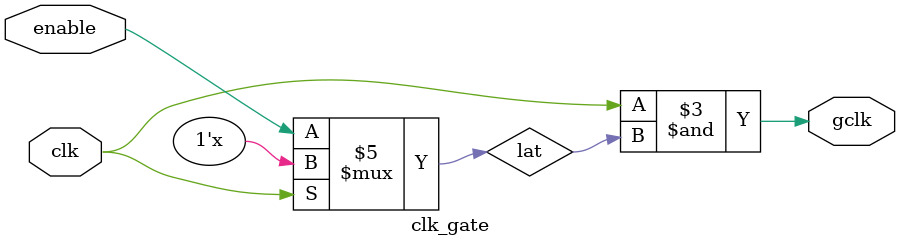
<source format=v>
module clk_gate(
 input wire clk,
 input wire enable,
 output wire gclk
);

 reg lat;
 always @(clk or enable)
  if(!clk)
    lat = enable;

 assign gclk = clk & lat;
endmodule

</source>
